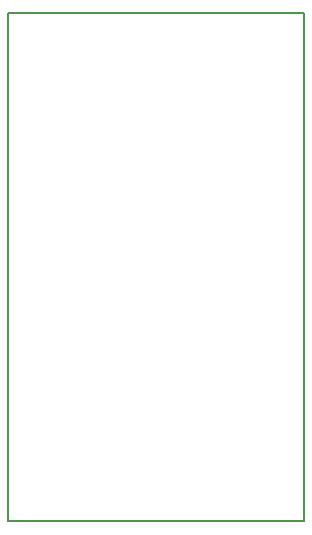
<source format=gbr>
G04 #@! TF.FileFunction,Profile,NP*
%FSLAX46Y46*%
G04 Gerber Fmt 4.6, Leading zero omitted, Abs format (unit mm)*
G04 Created by KiCad (PCBNEW 4.0.4+e1-6308~48~ubuntu14.04.1-stable) date Wed Oct 26 00:07:37 2016*
%MOMM*%
%LPD*%
G01*
G04 APERTURE LIST*
%ADD10C,0.100000*%
%ADD11C,0.150000*%
G04 APERTURE END LIST*
D10*
D11*
X21000000Y3750000D02*
X-4000000Y3750000D01*
X21000000Y-39250000D02*
X21000000Y3750000D01*
X-4000000Y-39250000D02*
X21000000Y-39250000D01*
X-4000000Y3750000D02*
X-4000000Y-39250000D01*
M02*

</source>
